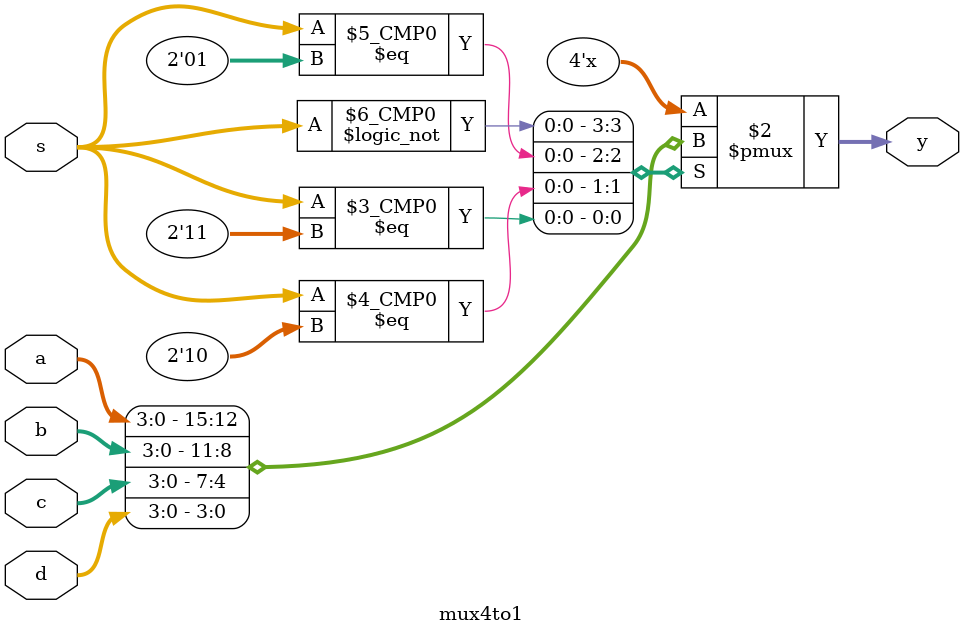
<source format=v>
module mux4to1(y,a,b,c,d,s);
input [3:0] a,b,c,d;
input [1:0] s;
output reg [3:0] y;
always @(a,b,c,d,s) 
begin
case(s)
2'b00: y=a;
2'b01: y=b;
2'b10: y=c;
2'b11: y=d;
default:y=4'bxxxx;
endcase;
end
endmodule
</source>
